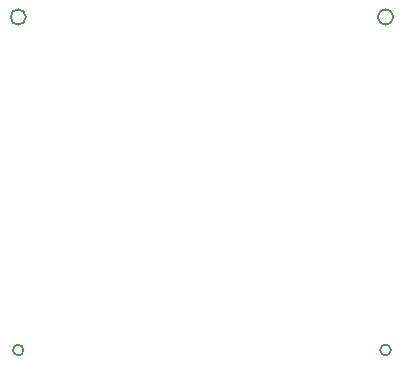
<source format=gko>
G04*
G04 #@! TF.GenerationSoftware,Altium Limited,Altium Designer,19.0.4 (130)*
G04*
G04 Layer_Color=16711935*
%FSLAX25Y25*%
%MOIN*%
G70*
G01*
G75*
%ADD15C,0.00600*%
D15*
X94291Y129528D02*
G03*
X94291Y129528I-1772J0D01*
G01*
X95079Y240551D02*
G03*
X95079Y240551I-2559J0D01*
G01*
X217518Y240555D02*
G03*
X217518Y240555I-2559J0D01*
G01*
X216731Y129532D02*
G03*
X216731Y129532I-1772J0D01*
G01*
M02*

</source>
